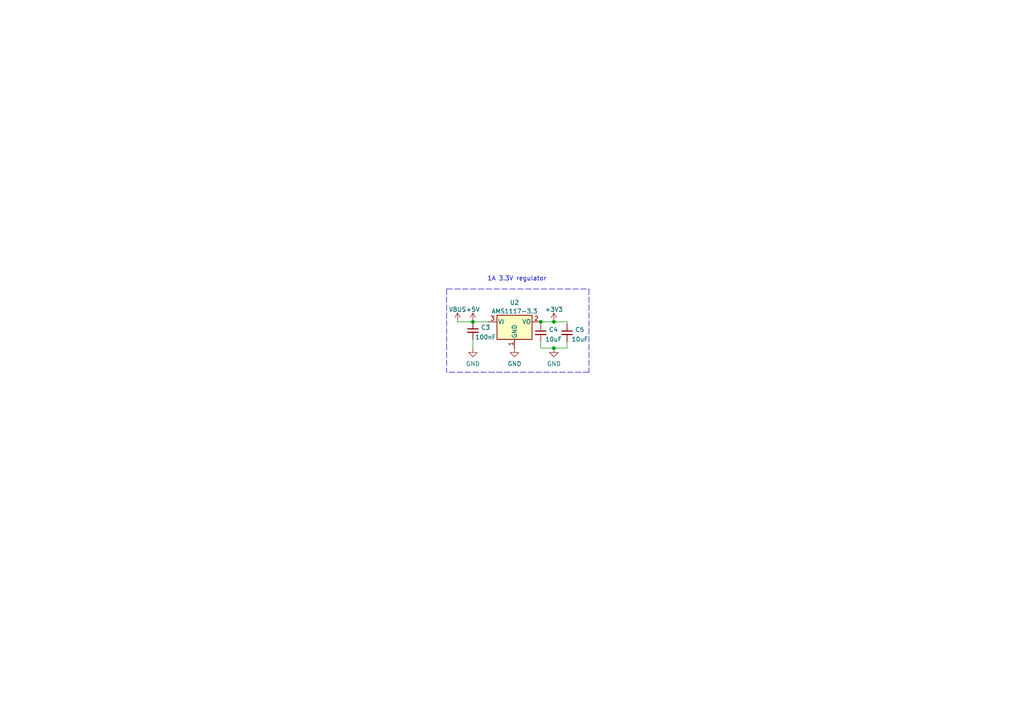
<source format=kicad_sch>
(kicad_sch (version 20211123) (generator eeschema)
  (paper "A4")
  (lib_symbols
    (symbol "Device:C_Small" (pin_numbers hide) (pin_names (offset 0.254) hide)
      (property "Reference" "C" (at 0.254 1.778 0))
      (property "Value" "C_Small" (at 0.254 -2.032 0))
      (symbol "C_Small_0_1"
        (polyline (pts (xy -1.524 -0.508) (xy 1.524 -0.508)) (stroke (width 0.3302)))
        (polyline (pts (xy -1.524 0.508) (xy 1.524 0.508)) (stroke (width 0.3048)))
      )
      (symbol "C_Small_1_1"
        (pin passive line (at 0 2.54 270) (length 2.032) (name "~") (number "1"))
        (pin passive line (at 0 -2.54 90) (length 2.032) (name "~") (number "2"))
      )
    )
    (symbol "Regulator_Linear:AMS1117-3.3" (pin_names (offset 0.254))
      (property "Reference" "U" (at -3.81 3.175 0))
      (property "Value" "AMS1117-3.3" (at 0 3.175 0))
      (symbol "AMS1117-3.3_0_1"
        (rectangle (start -5.08 -5.08) (end 5.08 1.905) (stroke (width 0.254)) (fill (type background)))
      )
      (symbol "AMS1117-3.3_1_1"
        (pin power_in line (at 0 -7.62 90) (length 2.54) (name "GND") (number "1"))
        (pin power_out line (at 7.62 0 180) (length 2.54) (name "VO") (number "2"))
        (pin power_in line (at -7.62 0 0) (length 2.54) (name "VI") (number "3"))
      )
    )
    (symbol "power:+3.3V" (power) (pin_names (offset 0))
      (property "Value" "+3.3V" (at 0 3.556 0))
      (symbol "+3.3V_0_1"
        (polyline (pts (xy -0.762 1.27) (xy 0 2.54)))
        (polyline (pts (xy 0 0) (xy 0 2.54)))
        (polyline (pts (xy 0 2.54) (xy 0.762 1.27)))
      )
      (symbol "+3.3V_1_1"
        (pin power_in line (at 0 0 90) (length 0) hide (name "+3V3") (number "1"))
      )
    )
    (symbol "power:+5V" (power) (pin_names (offset 0))
      (property "Value" "+5V" (at 0 3.556 0))
      (symbol "+5V_0_1"
        (polyline (pts (xy -0.762 1.27) (xy 0 2.54)))
        (polyline (pts (xy 0 0) (xy 0 2.54)))
        (polyline (pts (xy 0 2.54) (xy 0.762 1.27)))
      )
      (symbol "+5V_1_1"
        (pin power_in line (at 0 0 90) (length 0) hide (name "+5V") (number "1"))
      )
    )
    (symbol "power:GND" (power) (pin_names (offset 0))
      (property "Value" "GND" (at 0 -3.81 0))
      (symbol "GND_0_1"
        (polyline (pts (xy 0 0) (xy 0 -1.27) (xy 1.27 -1.27) (xy 0 -2.54) (xy -1.27 -1.27) (xy 0 -1.27)))
      )
      (symbol "GND_1_1"
        (pin power_in line (at 0 0 270) (length 0) hide (name "GND") (number "1"))
      )
    )
    (symbol "power:VBUS" (power) (pin_names (offset 0))
      (property "Value" "VBUS" (at 0 3.81 0))
      (symbol "VBUS_0_1"
        (polyline (pts (xy -0.762 1.27) (xy 0 2.54)))
        (polyline (pts (xy 0 0) (xy 0 2.54)))
        (polyline (pts (xy 0 2.54) (xy 0.762 1.27)))
      )
      (symbol "VBUS_1_1"
        (pin power_in line (at 0 0 90) (length 0) hide (name "VBUS") (number "1"))
      )
    )
  )
  (junction (at 156.845 93.345))
  (junction (at 137.16 93.345))
  (junction (at 160.655 93.345))
  (junction (at 160.655 100.965))
  (wire (pts (xy 137.16 98.425) (xy 137.16 100.965)))
  (wire (pts (xy 132.715 93.345) (xy 137.16 93.345)))
  (wire (pts (xy 164.465 100.965) (xy 160.655 100.965)))
  (polyline (pts (xy 170.815 83.82) (xy 170.815 107.95)))
  (polyline (pts (xy 170.815 107.95) (xy 129.54 107.95)))
  (wire (pts (xy 156.845 100.965) (xy 160.655 100.965)))
  (wire (pts (xy 156.845 99.06) (xy 156.845 100.965)))
  (wire (pts (xy 164.465 99.06) (xy 164.465 100.965)))
  (polyline (pts (xy 129.54 83.82) (xy 129.54 107.95)))
  (polyline (pts (xy 129.54 83.82) (xy 170.815 83.82)))
  (wire (pts (xy 164.465 93.345) (xy 164.465 93.98)))
  (wire (pts (xy 156.845 93.345) (xy 156.845 93.98)))
  (wire (pts (xy 137.16 93.345) (xy 141.605 93.345)))
  (wire (pts (xy 156.845 93.345) (xy 160.655 93.345)))
  (wire (pts (xy 160.655 93.345) (xy 164.465 93.345)))
  (text "1A 3.3V regulator" (at 141.351 81.661 0) (effects (font (size 1.27 1.27)) (justify left bottom)))
  (symbol (lib_id "power:+5V") (at 137.16 93.345 0) (unit 1)
    (property "Reference" "#PWR0106" (effects hide))
    (property "Value" "+5V" (at 137.16 89.7692 0))
  )
  (symbol (lib_id "power:GND") (at 149.225 100.965 0) (unit 1)
    (property "Reference" "#PWR0111" (effects hide))
    (property "Value" "GND" (at 149.225 105.5276 0))
  )
  (symbol (lib_id "Device:C_Small") (at 137.16 95.885 0) (unit 1)
    (property "Reference" "C3" (at 139.4842 94.9765 0) (effects (justify left)))
    (property "Value" "100nF" (at 137.795 97.79 0) (effects (justify left)))
    (property "Footprint" "Capacitor_SMD:C_0603_1608Metric_Pad1.08x0.95mm_HandSolder" (effects hide))
  )
  (symbol (lib_id "Device:C_Small") (at 156.845 96.52 0) (unit 1)
    (property "Reference" "C4" (at 159.1692 95.6115 0) (effects (justify left)))
    (property "Value" "10uF" (at 158.115 98.425 0) (effects (justify left)))
    (property "Footprint" "Capacitor_SMD:C_0603_1608Metric_Pad1.08x0.95mm_HandSolder" (effects hide))
  )
  (symbol (lib_id "power:+3.3V") (at 160.655 93.345 0) (unit 1)
    (property "Reference" "#PWR0109" (effects hide))
    (property "Value" "+3.3V" (at 160.655 89.7692 0))
  )
  (symbol (lib_id "power:GND") (at 160.655 100.965 0) (unit 1)
    (property "Reference" "#PWR0110" (effects hide))
    (property "Value" "GND" (at 160.655 105.5276 0))
  )
  (symbol (lib_id "power:GND") (at 137.16 100.965 0) (unit 1)
    (property "Reference" "#PWR0107" (effects hide))
    (property "Value" "GND" (at 137.16 105.5276 0))
  )
  (symbol (lib_id "power:VBUS") (at 132.715 93.345 0) (unit 1)
    (property "Reference" "#PWR0108" (effects hide))
    (property "Value" "VBUS" (at 132.715 89.7692 0))
  )
  (symbol (lib_id "Device:C_Small") (at 164.465 96.52 0) (unit 1)
    (property "Reference" "C5" (at 166.7892 95.6115 0) (effects (justify left)))
    (property "Value" "10uF" (at 165.735 98.425 0) (effects (justify left)))
    (property "Footprint" "Capacitor_SMD:C_0603_1608Metric_Pad1.08x0.95mm_HandSolder" (effects hide))
  )
  (symbol (lib_id "Regulator_Linear:AMS1117-3.3") (at 149.225 93.345 0) (unit 1)
    (property "Reference" "U2" (at 149.225 87.7402 0))
    (property "Value" "AMS1117-3.3" (at 149.225 90.2771 0))
    (property "Footprint" "Package_TO_SOT_SMD:SOT-223-3_TabPin2" (effects hide))
    (property "Datasheet" "http://www.advanced-monolithic.com/pdf/ds1117.pdf" (effects hide))
  )
)
</source>
